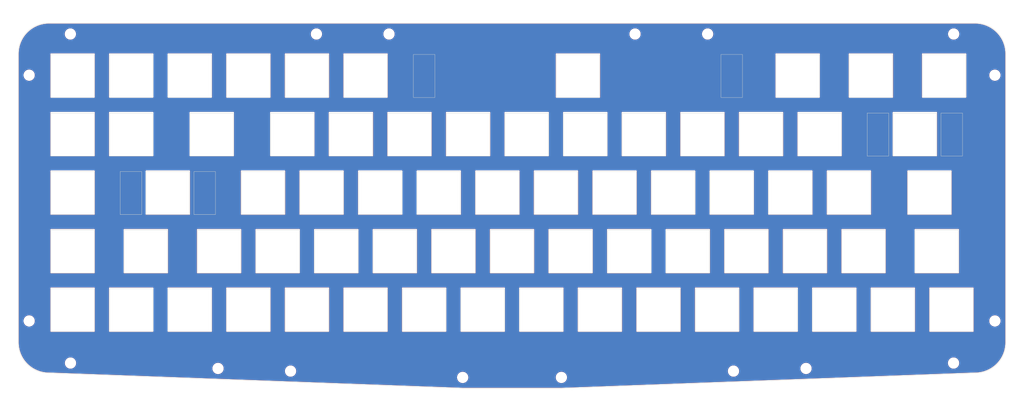
<source format=kicad_pcb>
(kicad_pcb (version 20211014) (generator pcbnew)
  (title_block (title "lego technic beam sandwich - switch plate") (rev "0.3"))
  (layers (0 "F.Cu" signal) (31 "B.Cu" signal) (34 "B.Paste" user) (35 "F.Paste" user) (36 "B.SilkS" user "B.Silkscreen") (37 "F.SilkS" user "F.Silkscreen") (38 "B.Mask" user) (39 "F.Mask" user) (44 "Edge.Cuts" user))
  (net 0 "")
  (footprint "MountingHole:MountingHole_3.2mm_M3" (layer "F.Cu") (at 326 26)
    (fp_text reference "REF**" hide)
    (fp_text value "MountingHole_3.2mm_M3")
    (pad "" np_thru_hole circle (at 0 0) (size 3.2 3.2) (drill 3.2) (layers F&B.Cu *.Mask))
  )
  (footprint "MountingHole:MountingHole_3.2mm_M3" (layer "F.Cu") (at 25.4 119.4)
    (fp_text reference "REF**" hide)
    (fp_text value "MountingHole_3.2mm_M3")
    (pad "" np_thru_hole circle (at 0 0) (size 3.2 3.2) (drill 3.2) (layers F&B.Cu *.Mask))
  )
  (footprint "MountingHole:MountingHole_3.2mm_M3" (layer "F.Cu") (at 339.4 119.4)
    (fp_text reference "REF**" hide)
    (fp_text value "MountingHole_3.2mm_M3")
    (pad "" np_thru_hole circle (at 0 0) (size 3.2 3.2) (drill 3.2) (layers F&B.Cu *.Mask))
  )
  (footprint "MountingHole:MountingHole_3.2mm_M3" (layer "F.Cu") (at 142.4 26)
    (fp_text reference "REF**" hide)
    (fp_text value "MountingHole_3.2mm_M3")
    (pad "" np_thru_hole circle (at 0 0) (size 3.2 3.2) (drill 3.2) (layers *.Cu *.Mask))
  )
  (footprint "MountingHole:MountingHole_3.2mm_M3" (layer "F.Cu") (at 339.4 39.4)
    (fp_text reference "REF**" hide)
    (fp_text value "MountingHole_3.2mm_M3")
    (pad "" np_thru_hole circle (at 0 0) (size 3.2 3.2) (drill 3.2) (layers F&B.Cu *.Mask))
  )
  (footprint "MountingHole:MountingHole_3.2mm_M3" (layer "F.Cu") (at 166.354465 137.784443)
    (fp_text reference "REF**" hide)
    (fp_text value "MountingHole_3.2mm_M3")
    (pad "" np_thru_hole circle (at 0 0) (size 3.2 3.2) (drill 3.2) (layers F&B.Cu *.Mask))
  )
  (footprint "MountingHole:MountingHole_3.2mm_M3" (layer "F.Cu") (at 118.8 26)
    (fp_text reference "REF**" hide)
    (fp_text value "MountingHole_3.2mm_M3")
    (pad "" np_thru_hole circle (at 0 0) (size 3.2 3.2) (drill 3.2) (layers *.Cu *.Mask))
  )
  (footprint "MountingHole:MountingHole_3.2mm_M3" (layer "F.Cu") (at 254.407925 135.732396)
    (fp_text reference "REF**" hide)
    (fp_text value "MountingHole_3.2mm_M3")
    (pad "" np_thru_hole circle (at 0 0) (size 3.2 3.2) (drill 3.2) (layers F&B.Cu *.Mask))
  )
  (footprint "MountingEquipment:lego technic beam 13m" (layer "F.Cu") (at 78.8 26)
    (fp_text reference "REF**" hide)
    (fp_text value "lego technic beam 13m" hide)
  )
  (footprint "MountingHole:MountingHole_3.2mm_M3" (layer "F.Cu") (at 222.4 26)
    (fp_text reference "REF**" hide)
    (fp_text value "MountingHole_3.2mm_M3")
    (pad "" np_thru_hole circle (at 0 0) (size 3.2 3.2) (drill 3.2) (layers *.Cu *.Mask))
  )
  (footprint "MountingEquipment:lego technic beam 13m" (layer "F.Cu") (at 182.4 26)
    (fp_text reference "REF**" hide)
    (fp_text value "lego technic beam 13m" hide)
  )
  (footprint "MountingHole:MountingHole_3.2mm_M3" (layer "F.Cu") (at 86.807925 134.867604)
    (fp_text reference "REF**" hide)
    (fp_text value "MountingHole_3.2mm_M3")
    (pad "" np_thru_hole circle (at 0 0) (size 3.2 3.2) (drill 3.2) (layers F&B.Cu *.Mask))
  )
  (footprint "MountingEquipment:lego technic beam 13m" (layer "F.Cu") (at 25.4 79.4 90)
    (fp_text reference "REF**" hide)
    (fp_text value "lego technic beam 13m" hide)
  )
  (footprint "MountingEquipment:lego technic beam 9m * 2" (layer "F.Cu") (at 266.2 135.3 2.1)
    (fp_text reference "REF**" hide)
    (fp_text value "lego technic beam 9m * 2" hide)
  )
  (footprint "MountingHole:MountingHole_3.2mm_M3" (layer "F.Cu") (at 25.4 39.4)
    (fp_text reference "REF**" hide)
    (fp_text value "MountingHole_3.2mm_M3")
    (pad "" np_thru_hole circle (at 0 0) (size 3.2 3.2) (drill 3.2) (layers *.Cu *.Mask))
  )
  (footprint "MountingHole:MountingHole_3.2mm_M3" (layer "F.Cu") (at 198.445535 137.784443)
    (fp_text reference "REF**" hide)
    (fp_text value "MountingHole_3.2mm_M3")
    (pad "" np_thru_hole circle (at 0 0) (size 3.2 3.2) (drill 3.2) (layers F&B.Cu *.Mask))
  )
  (footprint "MountingHole:MountingHole_3.2mm_M3" (layer "F.Cu") (at 38.8 26)
    (fp_text reference "REF**" hide)
    (fp_text value "MountingHole_3.2mm_M3")
    (pad "" np_thru_hole circle (at 0 0) (size 3.2 3.2) (drill 3.2) (layers *.Cu *.Mask))
  )
  (footprint "MountingEquipment:lego technic beam 9m * 2" (layer "F.Cu") (at 98.6 135.3 -2.1)
    (fp_text reference "REF**" hide)
    (fp_text value "lego technic beam 9m * 2" hide)
  )
  (footprint "MountingEquipment:lego technic beam 13m" (layer "F.Cu") (at 286 26)
    (fp_text reference "REF**" hide)
    (fp_text value "lego technic beam 13m" hide)
  )
  (footprint "MountingHole:MountingHole_3.2mm_M3" (layer "F.Cu") (at 277.992075 134.867604)
    (fp_text reference "REF**" hide)
    (fp_text value "MountingHole_3.2mm_M3")
    (pad "" np_thru_hole circle (at 0 0) (size 3.2 3.2) (drill 3.2) (layers F&B.Cu *.Mask))
  )
  (footprint "MountingHole:MountingHole_3.2mm_M3" (layer "F.Cu") (at 38.840162 133.108706)
    (fp_text reference "REF**" hide)
    (fp_text value "MountingHole_3.2mm_M3")
    (pad "" np_thru_hole circle (at 0 0) (size 3.2 3.2) (drill 3.2) (layers F&B.Cu *.Mask))
  )
  (footprint "MountingEquipment:lego technic beam 13m" (layer "F.Cu") (at 339.4 79.4 90)
    (fp_text reference "REF**" hide)
    (fp_text value "lego technic beam 13m" hide)
  )
  (footprint "MountingHole:MountingHole_3.2mm_M3" (layer "F.Cu") (at 110.392075 135.732396)
    (fp_text reference "REF**" hide)
    (fp_text value "MountingHole_3.2mm_M3")
    (pad "" np_thru_hole circle (at 0 0) (size 3.2 3.2) (drill 3.2) (layers F&B.Cu *.Mask))
  )
  (footprint "MountingHole:MountingHole_3.2mm_M3" (layer "F.Cu") (at 246 26)
    (fp_text reference "REF**" hide)
    (fp_text value "MountingHole_3.2mm_M3")
    (pad "" np_thru_hole circle (at 0 0) (size 3.2 3.2) (drill 3.2) (layers *.Cu *.Mask))
  )
  (footprint "MountingHole:MountingHole_3.2mm_M3" (layer "F.Cu") (at 325.959838 133.108706)
    (fp_text reference "REF**" hide)
    (fp_text value "MountingHole_3.2mm_M3")
    (pad "" np_thru_hole circle (at 0 0) (size 3.2 3.2) (drill 3.2) (layers F&B.Cu *.Mask))
  )
  (gr_line (start 223.025 122.875) (end 223.025 108.875) (layer "Edge.Cuts") (width 0.1))
  (gr_arc (start 343 126.4) (mid 340.071068 133.471068) (end 333 136.4) (layer "Edge.Cuts") (width 0.1))
  (gr_line (start 237.3125 65.725) (end 237.3125 51.725) (layer "Edge.Cuts") (width 0.1))
  (gr_line (start 282.26875 32.65) (end 282.26875 46.65) (layer "Edge.Cuts") (width 0.1))
  (gr_line (start 46.525 51.725) (end 46.525 65.725) (layer "Edge.Cuts") (width 0.1))
  (gr_line (start 306.36875 51.725) (end 320.36875 51.725) (layer "Edge.Cuts") (width 0.1))
  (gr_line (start 70.3375 89.825) (end 70.3375 103.825) (layer "Edge.Cuts") (width 0.1))
  (gr_line (start 284.9375 70.775) (end 298.9375 70.775) (layer "Edge.Cuts") (width 0.1))
  (gr_line (start 333 22.4) (end 31.8 22.4) (layer "Edge.Cuts") (width 0.1))
  (gr_line (start 108.725 122.875) (end 108.725 108.875) (layer "Edge.Cuts") (width 0.1))
  (gr_line (start 227.7875 70.775) (end 241.7875 70.775) (layer "Edge.Cuts") (width 0.1))
  (gr_line (start 127.775 122.875) (end 127.775 108.875) (layer "Edge.Cuts") (width 0.1))
  (gr_line (start 166.354465 141.384442) (end 198.445535 141.384442) (layer "Edge.Cuts") (width 0.1))
  (gr_line (start 51.575 108.875) (end 65.575 108.875) (layer "Edge.Cuts") (width 0.1))
  (gr_line (start 268.26875 32.65) (end 282.26875 32.65) (layer "Edge.Cuts") (width 0.1))
  (gr_line (start 46.525 46.65) (end 32.525 46.65) (layer "Edge.Cuts") (width 0.1))
  (gr_line (start 89.675 46.65) (end 89.675 32.65) (layer "Edge.Cuts") (width 0.1))
  (gr_line (start 127.775 32.65) (end 141.775 32.65) (layer "Edge.Cuts") (width 0.1))
  (gr_line (start 242.075 108.875) (end 256.075 108.875) (layer "Edge.Cuts") (width 0.1))
  (gr_line (start 156.35 103.825) (end 156.35 89.825) (layer "Edge.Cuts") (width 0.1))
  (gr_line (start 313.5125 103.825) (end 313.5125 89.825) (layer "Edge.Cuts") (width 0.1))
  (gr_line (start 113.4875 70.775) (end 127.4875 70.775) (layer "Edge.Cuts") (width 0.1))
  (gr_line (start 103.675 46.65) (end 89.675 46.65) (layer "Edge.Cuts") (width 0.1))
  (gr_line (start 227.7875 84.775) (end 227.7875 70.775) (layer "Edge.Cuts") (width 0.1))
  (gr_line (start 65.575 122.875) (end 51.575 122.875) (layer "Edge.Cuts") (width 0.1))
  (gr_line (start 203.6875 70.775) (end 203.6875 84.775) (layer "Edge.Cuts") (width 0.1))
  (gr_line (start 46.525 89.825) (end 46.525 103.825) (layer "Edge.Cuts") (width 0.1))
  (gr_line (start 32.525 108.875) (end 46.525 108.875) (layer "Edge.Cuts") (width 0.1))
  (gr_line (start 210.83125 46.65) (end 196.83125 46.65) (layer "Edge.Cuts") (width 0.1))
  (gr_line (start 241.7875 70.775) (end 241.7875 84.775) (layer "Edge.Cuts") (width 0.1))
  (gr_line (start 32.525 32.65) (end 46.525 32.65) (layer "Edge.Cuts") (width 0.1))
  (gr_line (start 77.76875 65.725) (end 77.76875 51.725) (layer "Edge.Cuts") (width 0.1))
  (gr_line (start 303.7 103.825) (end 289.7 103.825) (layer "Edge.Cuts") (width 0.1))
  (gr_line (start 320.36875 65.725) (end 306.36875 65.725) (layer "Edge.Cuts") (width 0.1))
  (gr_line (start 275.4125 51.725) (end 289.4125 51.725) (layer "Edge.Cuts") (width 0.1))
  (gr_line (start 51.575 32.65) (end 65.575 32.65) (layer "Edge.Cuts") (width 0.1))
  (gr_line (start 213.5 89.825) (end 227.5 89.825) (layer "Edge.Cuts") (width 0.1))
  (gr_line (start 251.6 89.825) (end 265.6 89.825) (layer "Edge.Cuts") (width 0.1))
  (gr_line (start 108.4375 84.775) (end 94.4375 84.775) (layer "Edge.Cuts") (width 0.1))
  (gr_line (start 77.48125 70.775) (end 77.48125 84.775) (layer "Edge.Cuts") (width 0.1))
  (gr_line (start 65.575 108.875) (end 65.575 122.875) (layer "Edge.Cuts") (width 0.1))
  (gr_line (start 198.445535 141.384442) (end 333 136.4) (layer "Edge.Cuts") (width 0.1))
  (gr_line (start 270.65 89.825) (end 284.65 89.825) (layer "Edge.Cuts") (width 0.1))
  (gr_line (start 132.25 103.825) (end 118.25 103.825) (layer "Edge.Cuts") (width 0.1))
  (gr_line (start 175.1125 51.725) (end 175.1125 65.725) (layer "Edge.Cuts") (width 0.1))
  (gr_line (start 327.5125 103.825) (end 313.5125 103.825) (layer "Edge.Cuts") (width 0.1))
  (gr_line (start 184.6375 70.775) (end 184.6375 84.775) (layer "Edge.Cuts") (width 0.1))
  (gr_arc (start 31.8 136.4) (mid 24.728932 133.471068) (end 21.8 126.4) (layer "Edge.Cuts") (width 0.1))
  (gr_line (start 265.6 103.825) (end 251.6 103.825) (layer "Edge.Cuts") (width 0.1))
  (gr_line (start 194.45 89.825) (end 208.45 89.825) (layer "Edge.Cuts") (width 0.1))
  (gr_line (start 241.7875 84.775) (end 227.7875 84.775) (layer "Edge.Cuts") (width 0.1))
  (gr_line (start 141.775 122.875) (end 127.775 122.875) (layer "Edge.Cuts") (width 0.1))
  (gr_line (start 265.8875 70.775) (end 279.8875 70.775) (layer "Edge.Cuts") (width 0.1))
  (gr_line (start 237.3125 51.725) (end 251.3125 51.725) (layer "Edge.Cuts") (width 0.1))
  (gr_line (start 94.4375 84.775) (end 94.4375 70.775) (layer "Edge.Cuts") (width 0.1))
  (gr_arc (start 333 22.4) (mid 340.071068 25.328932) (end 343 32.4) (layer "Edge.Cuts") (width 0.1))
  (gr_line (start 175.1125 65.725) (end 161.1125 65.725) (layer "Edge.Cuts") (width 0.1))
  (gr_line (start 137.3 89.825) (end 151.3 89.825) (layer "Edge.Cuts") (width 0.1))
  (gr_line (start 151.3 89.825) (end 151.3 103.825) (layer "Edge.Cuts") (width 0.1))
  (gr_line (start 165.5875 84.775) (end 151.5875 84.775) (layer "Edge.Cuts") (width 0.1))
  (gr_line (start 118.25 103.825) (end 118.25 89.825) (layer "Edge.Cuts") (width 0.1))
  (gr_line (start 113.2 103.825) (end 99.2 103.825) (layer "Edge.Cuts") (width 0.1))
  (gr_line (start 313.225 122.875) (end 299.225 122.875) (layer "Edge.Cuts") (width 0.1))
  (gr_line (start 46.525 65.725) (end 32.525 65.725) (layer "Edge.Cuts") (width 0.1))
  (gr_line (start 270.3625 51.725) (end 270.3625 65.725) (layer "Edge.Cuts") (width 0.1))
  (gr_line (start 132.5375 70.775) (end 146.5375 70.775) (layer "Edge.Cuts") (width 0.1))
  (gr_line (start 160.825 122.875) (end 146.825 122.875) (layer "Edge.Cuts") (width 0.1))
  (gr_line (start 46.525 70.775) (end 46.525 84.775) (layer "Edge.Cuts") (width 0.1))
  (gr_line (start 208.45 103.825) (end 194.45 103.825) (layer "Edge.Cuts") (width 0.1))
  (gr_line (start 289.7 103.825) (end 289.7 89.825) (layer "Edge.Cuts") (width 0.1))
  (gr_line (start 99.2 103.825) (end 99.2 89.825) (layer "Edge.Cuts") (width 0.1))
  (gr_line (start 242.075 122.875) (end 242.075 108.875) (layer "Edge.Cuts") (width 0.1))
  (gr_line (start 261.125 108.875) (end 275.125 108.875) (layer "Edge.Cuts") (width 0.1))
  (gr_line (start 213.5 103.825) (end 213.5 89.825) (layer "Edge.Cuts") (width 0.1))
  (gr_line (start 141.775 108.875) (end 141.775 122.875) (layer "Edge.Cuts") (width 0.1))
  (gr_line (start 199.2125 65.725) (end 199.2125 51.725) (layer "Edge.Cuts") (width 0.1))
  (gr_line (start 260.8375 84.775) (end 246.8375 84.775) (layer "Edge.Cuts") (width 0.1))
  (gr_line (start 84.625 108.875) (end 84.625 122.875) (layer "Edge.Cuts") (width 0.1))
  (gr_line (start 227.5 103.825) (end 213.5 103.825) (layer "Edge.Cuts") (width 0.1))
  (gr_line (start 213.2125 65.725) (end 199.2125 65.725) (layer "Edge.Cuts") (width 0.1))
  (gr_line (start 311.13125 84.775) (end 311.13125 70.775) (layer "Edge.Cuts") (width 0.1))
  (gr_line (start 137.3 103.825) (end 137.3 89.825) (layer "Edge.Cuts") (width 0.1))
  (gr_rect (start 54.98125 70.775) (end 61.98125 84.775) (layer "Edge.Cuts") (width 0.1) (fill none))
  (gr_line (start 313.225 108.875) (end 313.225 122.875) (layer "Edge.Cuts") (width 0.1))
  (gr_line (start 63.48125 70.775) (end 77.48125 70.775) (layer "Edge.Cuts") (width 0.1))
  (gr_line (start 151.5875 70.775) (end 165.5875 70.775) (layer "Edge.Cuts") (width 0.1))
  (gr_line (start 32.525 103.825) (end 32.525 89.825) (layer "Edge.Cuts") (width 0.1))
  (gr_line (start 56.3375 103.825) (end 56.3375 89.825) (layer "Edge.Cuts") (width 0.1))
  (gr_line (start 218.2625 51.725) (end 232.2625 51.725) (layer "Edge.Cuts") (width 0.1))
  (gr_rect (start 250.33125 32.65) (end 257.33125 46.65) (layer "Edge.Cuts") (width 0.1) (fill none))
  (gr_line (start 32.525 46.65) (end 32.525 32.65) (layer "Edge.Cuts") (width 0.1))
  (gr_line (start 165.875 108.875) (end 179.875 108.875) (layer "Edge.Cuts") (width 0.1))
  (gr_line (start 32.525 51.725) (end 46.525 51.725) (layer "Edge.Cuts") (width 0.1))
  (gr_line (start 165.5875 70.775) (end 165.5875 84.775) (layer "Edge.Cuts") (width 0.1))
  (gr_line (start 318.275 108.875) (end 332.275 108.875) (layer "Edge.Cuts") (width 0.1))
  (gr_line (start 127.4875 84.775) (end 113.4875 84.775) (layer "Edge.Cuts") (width 0.1))
  (gr_line (start 32.525 122.875) (end 32.525 108.875) (layer "Edge.Cuts") (width 0.1))
  (gr_line (start 210.83125 32.65) (end 210.83125 46.65) (layer "Edge.Cuts") (width 0.1))
  (gr_line (start 94.15 103.825) (end 80.15 103.825) (layer "Edge.Cuts") (width 0.1))
  (gr_line (start 108.725 108.875) (end 122.725 108.875) (layer "Edge.Cuts") (width 0.1))
  (gr_line (start 232.2625 65.725) (end 218.2625 65.725) (layer "Edge.Cuts") (width 0.1))
  (gr_line (start 146.825 108.875) (end 160.825 108.875) (layer "Edge.Cuts") (width 0.1))
  (gr_line (start 327.5125 89.825) (end 327.5125 103.825) (layer "Edge.Cuts") (width 0.1))
  (gr_line (start 189.4 89.825) (end 189.4 103.825) (layer "Edge.Cuts") (width 0.1))
  (gr_line (start 292.08125 46.65) (end 292.08125 32.65) (layer "Edge.Cuts") (width 0.1))
  (gr_line (start 208.7375 70.775) (end 222.7375 70.775) (layer "Edge.Cuts") (width 0.1))
  (gr_line (start 315.89375 46.65) (end 315.89375 32.65) (layer "Edge.Cuts") (width 0.1))
  (gr_arc (start 21.8 32.4) (mid 24.728932 25.328932) (end 31.8 22.4) (layer "Edge.Cuts") (width 0.1))
  (gr_line (start 91.76875 51.725) (end 91.76875 65.725) (layer "Edge.Cuts") (width 0.1))
  (gr_rect (start 297.86875 51.725) (end 304.86875 65.725) (layer "Edge.Cuts") (width 0.1) (fill none))
  (gr_line (start 203.975 122.875) (end 203.975 108.875) (layer "Edge.Cuts") (width 0.1))
  (gr_line (start 282.26875 46.65) (end 268.26875 46.65) (layer "Edge.Cuts") (width 0.1))
  (gr_line (start 21.8 32.4) (end 21.8 126.4) (layer "Edge.Cuts") (width 0.1))
  (gr_line (start 180.1625 51.725) (end 194.1625 51.725) (layer "Edge.Cuts") (width 0.1))
  (gr_line (start 51.575 51.725) (end 65.575 51.725) (layer "Edge.Cuts") (width 0.1))
  (gr_line (start 184.925 122.875) (end 184.925 108.875) (layer "Edge.Cuts") (width 0.1))
  (gr_line (start 122.725 46.65) (end 108.725 46.65) (layer "Edge.Cuts") (width 0.1))
  (gr_line (start 198.925 122.875) (end 184.925 122.875) (layer "Edge.Cuts") (width 0.1))
  (gr_line (start 127.775 46.65) (end 127.775 32.65) (layer "Edge.Cuts") (width 0.1))
  (gr_line (start 246.55 103.825) (end 232.55 103.825) (layer "Edge.Cuts") (width 0.1))
  (gr_line (start 294.175 108.875) (end 294.175 122.875) (layer "Edge.Cuts") (width 0.1))
  (gr_line (start 217.975 108.875) (end 217.975 122.875) (layer "Edge.Cuts") (width 0.1))
  (gr_line (start 261.125 122.875) (end 261.125 108.875) (layer "Edge.Cuts") (width 0.1))
  (gr_line (start 246.8375 84.775) (end 246.8375 70.775) (layer "Edge.Cuts") (width 0.1))
  (gr_rect (start 78.98125 70.775) (end 85.98125 84.775) (layer "Edge.Cuts") (width 0.1) (fill none))
  (gr_line (start 141.775 32.65) (end 141.775 46.65) (layer "Edge.Cuts") (width 0.1))
  (gr_line (start 256.075 108.875) (end 256.075 122.875) (layer "Edge.Cuts") (width 0.1))
  (gr_line (start 165.875 122.875) (end 165.875 108.875) (layer "Edge.Cuts") (width 0.1))
  (gr_line (start 103.675 108.875) (end 103.675 122.875) (layer "Edge.Cuts") (width 0.1))
  (gr_line (start 213.2125 51.725) (end 213.2125 65.725) (layer "Edge.Cuts") (width 0.1))
  (gr_line (start 260.8375 70.775) (end 260.8375 84.775) (layer "Edge.Cuts") (width 0.1))
  (gr_line (start 179.875 108.875) (end 179.875 122.875) (layer "Edge.Cuts") (width 0.1))
  (gr_line (start 146.5375 70.775) (end 146.5375 84.775) (layer "Edge.Cuts") (width 0.1))
  (gr_line (start 237.025 108.875) (end 237.025 122.875) (layer "Edge.Cuts") (width 0.1))
  (gr_line (start 270.3625 65.725) (end 256.3625 65.725) (layer "Edge.Cuts") (width 0.1))
  (gr_line (start 232.55 89.825) (end 246.55 89.825) (layer "Edge.Cuts") (width 0.1))
  (gr_line (start 51.575 122.875) (end 51.575 108.875) (layer "Edge.Cuts") (width 0.1))
  (gr_line (start 89.675 32.65) (end 103.675 32.65) (layer "Edge.Cuts") (width 0.1))
  (gr_line (start 94.4375 70.775) (end 108.4375 70.775) (layer "Edge.Cuts") (width 0.1))
  (gr_rect (start 150.33125 32.65) (end 157.33125 46.65) (layer "Edge.Cuts") (width 0.1) (fill none))
  (gr_line (start 299.225 122.875) (end 299.225 108.875) (layer "Edge.Cuts") (width 0.1))
  (gr_line (start 203.975 108.875) (end 217.975 108.875) (layer "Edge.Cuts") (width 0.1))
  (gr_line (start 332.275 108.875) (end 332.275 122.875) (layer "Edge.Cuts") (width 0.1))
  (gr_line (start 170.6375 70.775) (end 184.6375 70.775) (layer "Edge.Cuts") (width 0.1))
  (gr_line (start 284.65 103.825) (end 270.65 103.825) (layer "Edge.Cuts") (width 0.1))
  (gr_line (start 108.725 32.65) (end 122.725 32.65) (layer "Edge.Cuts") (width 0.1))
  (gr_line (start 208.45 89.825) (end 208.45 103.825) (layer "Edge.Cuts") (width 0.1))
  (gr_line (start 156.0625 65.725) (end 142.0625 65.725) (layer "Edge.Cuts") (width 0.1))
  (gr_line (start 77.48125 84.775) (end 63.48125 84.775) (layer "Edge.Cuts") (width 0.1))
  (gr_line (start 251.3125 65.725) (end 237.3125 65.725) (layer "Edge.Cuts") (width 0.1))
  (gr_line (start 329.89375 32.65) (end 329.89375 46.65) (layer "Edge.Cuts") (width 0.1))
  (gr_line (start 161.1125 51.725) (end 175.1125 51.725) (layer "Edge.Cuts") (width 0.1))
  (gr_line (start 151.5875 84.775) (end 151.5875 70.775) (layer "Edge.Cuts") (width 0.1))
  (gr_line (start 199.2125 51.725) (end 213.2125 51.725) (layer "Edge.Cuts") (width 0.1))
  (gr_line (start 284.9375 84.775) (end 284.9375 70.775) (layer "Edge.Cuts") (width 0.1))
  (gr_line (start 46.525 108.875) (end 46.525 122.875) (layer "Edge.Cuts") (width 0.1))
  (gr_line (start 94.15 89.825) (end 94.15 103.825) (layer "Edge.Cuts") (width 0.1))
  (gr_line (start 31.8 136.4) (end 166.354465 141.384442) (layer "Edge.Cuts") (width 0.1))
  (gr_line (start 123.0125 51.725) (end 137.0125 51.725) (layer "Edge.Cuts") (width 0.1))
  (gr_line (start 265.6 89.825) (end 265.6 103.825) (layer "Edge.Cuts") (width 0.1))
  (gr_line (start 223.025 108.875) (end 237.025 108.875) (layer "Edge.Cuts") (width 0.1))
  (gr_line (start 343 32.4) (end 343 126.4) (layer "Edge.Cuts") (width 0.1))
  (gr_line (start 123.0125 65.725) (end 123.0125 51.725) (layer "Edge.Cuts") (width 0.1))
  (gr_line (start 32.525 65.725) (end 32.525 51.725) (layer "Edge.Cuts") (width 0.1))
  (gr_line (start 103.675 32.65) (end 103.675 46.65) (layer "Edge.Cuts") (width 0.1))
  (gr_line (start 46.525 103.825) (end 32.525 103.825) (layer "Edge.Cuts") (width 0.1))
  (gr_line (start 132.25 89.825) (end 132.25 103.825) (layer "Edge.Cuts") (width 0.1))
  (gr_line (start 84.625 46.65) (end 70.625 46.65) (layer "Edge.Cuts") (width 0.1))
  (gr_line (start 122.725 108.875) (end 122.725 122.875) (layer "Edge.Cuts") (width 0.1))
  (gr_line (start 292.08125 32.65) (end 306.08125 32.65) (layer "Edge.Cuts") (width 0.1))
  (gr_line (start 289.4125 65.725) (end 275.4125 65.725) (layer "Edge.Cuts") (width 0.1))
  (gr_line (start 299.225 108.875) (end 313.225 108.875) (layer "Edge.Cuts") (width 0.1))
  (gr_line (start 103.9625 51.725) (end 117.9625 51.725) (layer "Edge.Cuts") (width 0.1))
  (gr_line (start 46.525 122.875) (end 32.525 122.875) (layer "Edge.Cuts") (width 0.1))
  (gr_line (start 275.125 122.875) (end 261.125 122.875) (layer "Edge.Cuts") (width 0.1))
  (gr_line (start 103.9625 65.725) (end 103.9625 51.725) (layer "Edge.Cuts") (width 0.1))
  (gr_line (start 180.1625 65.725) (end 180.1625 51.725) (layer "Edge.Cuts") (width 0.1))
  (gr_line (start 279.8875 84.775) (end 265.8875 84.775) (layer "Edge.Cuts") (width 0.1))
  (gr_line (start 217.975 122.875) (end 203.975 122.875) (layer "Edge.Cuts") (width 0.1))
  (gr_line (start 289.7 89.825) (end 303.7 89.825) (layer "Edge.Cuts") (width 0.1))
  (gr_line (start 141.775 46.65) (end 127.775 46.65) (layer "Edge.Cuts") (width 0.1))
  (gr_line (start 156.0625 51.725) (end 156.0625 65.725) (layer "Edge.Cuts") (width 0.1))
  (gr_line (start 89.675 122.875) (end 89.675 108.875) (layer "Edge.Cuts") (width 0.1))
  (gr_line (start 251.6 103.825) (end 251.6 89.825) (layer "Edge.Cuts") (width 0.1))
  (gr_line (start 256.075 122.875) (end 242.075 122.875) (layer "Edge.Cuts") (width 0.1))
  (gr_line (start 303.7 89.825) (end 303.7 103.825) (layer "Edge.Cuts") (width 0.1))
  (gr_line (start 142.0625 51.725) (end 156.0625 51.725) (layer "Edge.Cuts") (width 0.1))
  (gr_line (start 156.35 89.825) (end 170.35 89.825) (layer "Edge.Cuts") (width 0.1))
  (gr_line (start 232.55 103.825) (end 232.55 89.825) (layer "Edge.Cuts") (width 0.1))
  (gr_line (start 313.5125 89.825) (end 327.5125 89.825) (layer "Edge.Cuts") (width 0.1))
  (gr_line (start 232.2625 51.725) (end 232.2625 65.725) (layer "Edge.Cuts") (width 0.1))
  (gr_line (start 70.625 32.65) (end 84.625 32.65) (layer "Edge.Cuts") (width 0.1))
  (gr_line (start 318.275 122.875) (end 318.275 108.875) (layer "Edge.Cuts") (width 0.1))
  (gr_line (start 265.8875 84.775) (end 265.8875 70.775) (layer "Edge.Cuts") (width 0.1))
  (gr_line (start 51.575 46.65) (end 51.575 32.65) (layer "Edge.Cuts") (width 0.1))
  (gr_line (start 325.13125 70.775) (end 325.13125 84.775) (layer "Edge.Cuts") (width 0.1))
  (gr_line (start 70.625 46.65) (end 70.625 32.65) (layer "Edge.Cuts") (width 0.1))
  (gr_line (start 175.4 89.825) (end 189.4 89.825) (layer "Edge.Cuts") (width 0.1))
  (gr_line (start 137.0125 65.725) (end 123.0125 65.725) (layer "Edge.Cuts") (width 0.1))
  (gr_line (start 306.08125 32.65) (end 306.08125 46.65) (layer "Edge.Cuts") (width 0.1))
  (gr_line (start 294.175 122.875) (end 280.175 122.875) (layer "Edge.Cuts") (width 0.1))
  (gr_line (start 146.825 122.875) (end 146.825 108.875) (layer "Edge.Cuts") (width 0.1))
  (gr_line (start 256.3625 65.725) (end 256.3625 51.725) (layer "Edge.Cuts") (width 0.1))
  (gr_line (start 142.0625 65.725) (end 142.0625 51.725) (layer "Edge.Cuts") (width 0.1))
  (gr_line (start 117.9625 51.725) (end 117.9625 65.725) (layer "Edge.Cuts") (width 0.1))
  (gr_line (start 237.025 122.875) (end 223.025 122.875) (layer "Edge.Cuts") (width 0.1))
  (gr_line (start 315.89375 32.65) (end 329.89375 32.65) (layer "Edge.Cuts") (width 0.1))
  (gr_line (start 46.525 84.775) (end 32.525 84.775) (layer "Edge.Cuts") (width 0.1))
  (gr_line (start 65.575 51.725) (end 65.575 65.725) (layer "Edge.Cuts") (width 0.1))
  (gr_line (start 189.6875 70.775) (end 203.6875 70.775) (layer "Edge.Cuts") (width 0.1))
  (gr_line (start 306.36875 65.725) (end 306.36875 51.725) (layer "Edge.Cuts") (width 0.1))
  (gr_line (start 46.525 32.65) (end 46.525 46.65) (layer "Edge.Cuts") (width 0.1))
  (gr_line (start 196.83125 46.65) (end 196.83125 32.65) (layer "Edge.Cuts") (width 0.1))
  (gr_line (start 306.08125 46.65) (end 292.08125 46.65) (layer "Edge.Cuts") (width 0.1))
  (gr_line (start 298.9375 70.775) (end 298.9375 84.775) (layer "Edge.Cuts") (width 0.1))
  (gr_line (start 32.525 70.775) (end 46.525 70.775) (layer "Edge.Cuts") (width 0.1))
  (gr_line (start 63.48125 84.775) (end 63.48125 70.775) (layer "Edge.Cuts") (width 0.1))
  (gr_line (start 127.4875 70.775) (end 127.4875 84.775) (layer "Edge.Cuts") (width 0.1))
  (gr_line (start 113.4875 84.775) (end 113.4875 70.775) (layer "Edge.Cuts") (width 0.1))
  (gr_line (start 161.1125 65.725) (end 161.1125 51.725) (layer "Edge.Cuts") (width 0.1))
  (gr_line (start 246.8375 70.775) (end 260.8375 70.775) (layer "Edge.Cuts") (width 0.1))
  (gr_line (start 179.875 122.875) (end 165.875 122.875) (layer "Edge.Cuts") (width 0.1))
  (gr_line (start 194.45 103.825) (end 194.45 89.825) (layer "Edge.Cuts") (width 0.1))
  (gr_line (start 132.5375 84.775) (end 132.5375 70.775) (layer "Edge.Cuts") (width 0.1))
  (gr_line (start 65.575 65.725) (end 51.575 65.725) (layer "Edge.Cuts") (width 0.1))
  (gr_line (start 194.1625 51.725) (end 194.1625 65.725) (layer "Edge.Cuts") (width 0.1))
  (gr_line (start 222.7375 70.775) (end 222.7375 84.775) (layer "Edge.Cuts") (width 0.1))
  (gr_line (start 65.575 32.65) (end 65.575 46.65) (layer "Edge.Cuts") (width 0.1))
  (gr_line (start 146.5375 84.775) (end 132.5375 84.775) (layer "Edge.Cuts") (width 0.1))
  (gr_line (start 70.625 122.875) (end 70.625 108.875) (layer "Edge.Cuts") (width 0.1))
  (gr_line (start 91.76875 65.725) (end 77.76875 65.725) (layer "Edge.Cuts") (width 0.1))
  (gr_line (start 127.775 108.875) (end 141.775 108.875) (layer "Edge.Cuts") (width 0.1))
  (gr_line (start 160.825 108.875) (end 160.825 122.875) (layer "Edge.Cuts") (width 0.1))
  (gr_line (start 284.65 89.825) (end 284.65 103.825) (layer "Edge.Cuts") (width 0.1))
  (gr_line (start 122.725 32.65) (end 122.725 46.65) (layer "Edge.Cuts") (width 0.1))
  (gr_line (start 280.175 122.875) (end 280.175 108.875) (layer "Edge.Cuts") (width 0.1))
  (gr_line (start 246.55 89.825) (end 246.55 103.825) (layer "Edge.Cuts") (width 0.1))
  (gr_line (start 65.575 46.65) (end 51.575 46.65) (layer "Edge.Cuts") (width 0.1))
  (gr_line (start 108.725 46.65) (end 108.725 32.65) (layer "Edge.Cuts") (width 0.1))
  (gr_line (start 175.4 103.825) (end 175.4 89.825) (layer "Edge.Cuts") (width 0.1))
  (gr_line (start 298.9375 84.775) (end 284.9375 84.775) (layer "Edge.Cuts") (width 0.1))
  (gr_line (start 137.0125 51.725) (end 137.0125 65.725) (layer "Edge.Cuts") (width 0.1))
  (gr_line (start 203.6875 84.775) (end 189.6875 84.775) (layer "Edge.Cuts") (width 0.1))
  (gr_line (start 332.275 122.875) (end 318.275 122.875) (layer "Edge.Cuts") (width 0.1))
  (gr_line (start 311.13125 70.775) (end 325.13125 70.775) (layer "Edge.Cuts") (width 0.1))
  (gr_line (start 77.76875 51.725) (end 91.76875 51.725) (layer "Edge.Cuts") (width 0.1))
  (gr_line (start 108.4375 70.775) (end 108.4375 84.775) (layer "Edge.Cuts") (width 0.1))
  (gr_line (start 117.9625 65.725) (end 103.9625 65.725) (layer "Edge.Cuts") (width 0.1))
  (gr_line (start 151.3 103.825) (end 137.3 103.825) (layer "Edge.Cuts") (width 0.1))
  (gr_line (start 56.3375 89.825) (end 70.3375 89.825) (layer "Edge.Cuts") (width 0.1))
  (gr_line (start 170.35 103.825) (end 156.35 103.825) (layer "Edge.Cuts") (width 0.1))
  (gr_line (start 99.2 89.825) (end 113.2 89.825) (layer "Edge.Cuts") (width 0.1))
  (gr_line (start 270.65 103.825) (end 270.65 89.825) (layer "Edge.Cuts") (width 0.1))
  (gr_line (start 84.625 32.65) (end 84.625 46.65) (layer "Edge.Cuts") (width 0.1))
  (gr_line (start 118.25 89.825) (end 132.25 89.825) (layer "Edge.Cuts") (width 0.1))
  (gr_line (start 51.575 65.725) (end 51.575 51.725) (layer "Edge.Cuts") (width 0.1))
  (gr_line (start 279.8875 70.775) (end 279.8875 84.775) (layer "Edge.Cuts") (width 0.1))
  (gr_line (start 32.525 89.825) (end 46.525 89.825) (layer "Edge.Cuts") (width 0.1))
  (gr_line (start 329.89375 46.65) (end 315.89375 46.65) (layer "Edge.Cuts") (width 0.1))
  (gr_line (start 320.36875 51.725) (end 320.36875 65.725) (layer "Edge.Cuts") (width 0.1))
  (gr_line (start 222.7375 84.775) (end 208.7375 84.775) (layer "Edge.Cuts") (width 0.1))
  (gr_line (start 280.175 108.875) (end 294.175 108.875) (layer "Edge.Cuts") (width 0.1))
  (gr_line (start 198.925 108.875) (end 198.925 122.875) (layer "Edge.Cuts") (width 0.1))
  (gr_line (start 289.4125 51.725) (end 289.4125 65.725) (layer "Edge.Cuts") (width 0.1))
  (gr_line (start 227.5 89.825) (end 227.5 103.825) (layer "Edge.Cuts") (width 0.1))
  (gr_line (start 84.625 122.875) (end 70.625 122.875) (layer "Edge.Cuts") (width 0.1))
  (gr_line (start 196.83125 32.65) (end 210.83125 32.65) (layer "Edge.Cuts") (width 0.1))
  (gr_line (start 170.35 89.825) (end 170.35 103.825) (layer "Edge.Cuts") (width 0.1))
  (gr_line (start 251.3125 51.725) (end 251.3125 65.725) (layer "Edge.Cuts") (width 0.1))
  (gr_line (start 80.15 103.825) (end 80.15 89.825) (layer "Edge.Cuts") (width 0.1))
  (gr_line (start 268.26875 46.65) (end 268.26875 32.65) (layer "Edge.Cuts") (width 0.1))
  (gr_line (start 113.2 89.825) (end 113.2 103.825) (layer "Edge.Cuts") (width 0.1))
  (gr_line (start 189.4 103.825) (end 175.4 103.825) (layer "Edge.Cuts") (width 0.1))
  (gr_line (start 70.625 108.875) (end 84.625 108.875) (layer "Edge.Cuts") (width 0.1))
  (gr_line (start 275.4125 65.725) (end 275.4125 51.725) (layer "Edge.Cuts") (width 0.1))
  (gr_line (start 89.675 108.875) (end 103.675 108.875) (layer "Edge.Cuts") (width 0.1))
  (gr_line (start 122.725 122.875) (end 108.725 122.875) (layer "Edge.Cuts") (width 0.1))
  (gr_line (start 275.125 108.875) (end 275.125 122.875) (layer "Edge.Cuts") (width 0.1))
  (gr_line (start 184.6375 84.775) (end 170.6375 84.775) (layer "Edge.Cuts") (width 0.1))
  (gr_line (start 103.675 122.875) (end 89.675 122.875) (layer "Edge.Cuts") (width 0.1))
  (gr_rect (start 321.86875 51.725) (end 328.86875 65.725) (layer "Edge.Cuts") (width 0.1) (fill none))
  (gr_line (start 80.15 89.825) (end 94.15 89.825) (layer "Edge.Cuts") (width 0.1))
  (gr_line (start 170.6375 84.775) (end 170.6375 70.775) (layer "Edge.Cuts") (width 0.1))
  (gr_line (start 256.3625 51.725) (end 270.3625 51.725) (layer "Edge.Cuts") (width 0.1))
  (gr_line (start 184.925 108.875) (end 198.925 108.875) (layer "Edge.Cuts") (width 0.1))
  (gr_line (start 189.6875 84.775) (end 189.6875 70.775) (layer "Edge.Cuts") (width 0.1))
  (gr_line (start 325.13125 84.775) (end 311.13125 84.775) (layer "Edge.Cuts") (width 0.1))
  (gr_line (start 218.2625 65.725) (end 218.2625 51.725) (layer "Edge.Cuts") (width 0.1))
  (gr_line (start 32.525 84.775) (end 32.525 70.775) (layer "Edge.Cuts") (width 0.1))
  (gr_line (start 208.7375 84.775) (end 208.7375 70.775) (layer "Edge.Cuts") (width 0.1))
  (gr_line (start 194.1625 65.725) (end 180.1625 65.725) (layer "Edge.Cuts") (width 0.1))
  (gr_line (start 70.3375 103.825) (end 56.3375 103.825) (layer "Edge.Cuts") (width 0.1))
  (zone (net 0) (net_name "") (layers F&B.Cu) (connect_pads (clearance 0.25)) (min_thickness 0.254) (fill yes (thermal_gap 0.508) (thermal_bridge_width 0.508))
    (polygon (pts (xy 343.4 141.6) (xy 21.400124 141.6) (xy 21.4 22) (xy 343.4 22)))
  )
)
</source>
